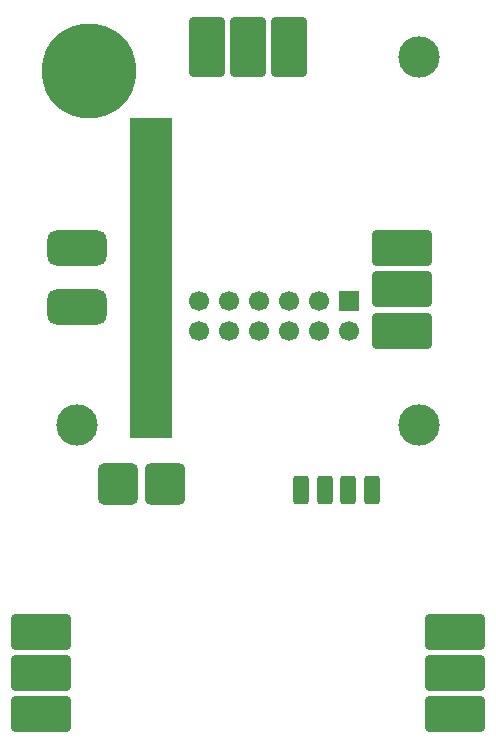
<source format=gbr>
%TF.GenerationSoftware,KiCad,Pcbnew,9.0.6*%
%TF.CreationDate,2025-11-04T19:27:02-06:00*%
%TF.ProjectId,PD_Board_v3,50445f42-6f61-4726-945f-76332e6b6963,rev?*%
%TF.SameCoordinates,Original*%
%TF.FileFunction,Soldermask,Bot*%
%TF.FilePolarity,Negative*%
%FSLAX46Y46*%
G04 Gerber Fmt 4.6, Leading zero omitted, Abs format (unit mm)*
G04 Created by KiCad (PCBNEW 9.0.6) date 2025-11-04 19:27:02*
%MOMM*%
%LPD*%
G01*
G04 APERTURE LIST*
G04 Aperture macros list*
%AMRoundRect*
0 Rectangle with rounded corners*
0 $1 Rounding radius*
0 $2 $3 $4 $5 $6 $7 $8 $9 X,Y pos of 4 corners*
0 Add a 4 corners polygon primitive as box body*
4,1,4,$2,$3,$4,$5,$6,$7,$8,$9,$2,$3,0*
0 Add four circle primitives for the rounded corners*
1,1,$1+$1,$2,$3*
1,1,$1+$1,$4,$5*
1,1,$1+$1,$6,$7*
1,1,$1+$1,$8,$9*
0 Add four rect primitives between the rounded corners*
20,1,$1+$1,$2,$3,$4,$5,0*
20,1,$1+$1,$4,$5,$6,$7,0*
20,1,$1+$1,$6,$7,$8,$9,0*
20,1,$1+$1,$8,$9,$2,$3,0*%
G04 Aperture macros list end*
%ADD10C,0.100000*%
%ADD11RoundRect,0.511413X-1.193298X-1.239257X1.193298X-1.239257X1.193298X1.239257X-1.193298X1.239257X0*%
%ADD12RoundRect,0.519917X-1.213138X-1.247688X1.213138X-1.247688X1.213138X1.247688X-1.213138X1.247688X0*%
%ADD13RoundRect,0.197827X-0.461597X-0.989841X0.461597X-0.989841X0.461597X0.989841X-0.461597X0.989841X0*%
%ADD14RoundRect,0.250000X-2.250000X-1.250000X2.250000X-1.250000X2.250000X1.250000X-2.250000X1.250000X0*%
%ADD15C,3.500000*%
%ADD16R,1.700000X1.700000*%
%ADD17C,1.700000*%
%ADD18RoundRect,0.750000X-1.750000X-0.750000X1.750000X-0.750000X1.750000X0.750000X-1.750000X0.750000X0*%
%ADD19RoundRect,0.250000X1.250000X-2.250000X1.250000X2.250000X-1.250000X2.250000X-1.250000X-2.250000X0*%
%ADD20C,8.000000*%
G04 APERTURE END LIST*
D10*
X133500000Y-57000000D02*
X137000000Y-57000000D01*
X137000000Y-84000000D01*
X133500000Y-84000000D01*
X133500000Y-57000000D01*
G36*
X133500000Y-57000000D02*
G01*
X137000000Y-57000000D01*
X137000000Y-84000000D01*
X133500000Y-84000000D01*
X133500000Y-57000000D01*
G37*
D11*
%TO.C,E1*%
X132500000Y-88000000D03*
D12*
X136500000Y-88000000D03*
D13*
X148000000Y-88500000D03*
X150000000Y-88500000D03*
X152000000Y-88500000D03*
X154000000Y-88500000D03*
D14*
X126000000Y-100500000D03*
X126000000Y-104000000D03*
X126000000Y-107500000D03*
X161000000Y-100500000D03*
X161000000Y-104000000D03*
X161000000Y-107500000D03*
%TD*%
%TO.C,J7*%
X156500000Y-68000000D03*
X156500000Y-71500000D03*
X156500000Y-75000000D03*
%TD*%
D15*
%TO.C,H3*%
X158000000Y-83000000D03*
%TD*%
%TO.C,H1*%
X158000000Y-51797400D03*
%TD*%
D16*
%TO.C,J5*%
X152040000Y-72500000D03*
D17*
X149500000Y-72500000D03*
X146960000Y-72500000D03*
X144420000Y-72500000D03*
X141880000Y-72500000D03*
X139340000Y-72500000D03*
X152040000Y-75040000D03*
X149500000Y-75040000D03*
X146960000Y-75040000D03*
X144420000Y-75040000D03*
X141880000Y-75040000D03*
X139340000Y-75040000D03*
%TD*%
D18*
%TO.C,J2*%
X129000000Y-68000000D03*
X129000000Y-73000000D03*
%TD*%
D19*
%TO.C,J1*%
X140000000Y-51000000D03*
X143500000Y-51000000D03*
X147000000Y-51000000D03*
%TD*%
D15*
%TO.C,H4*%
X129000000Y-83000000D03*
%TD*%
D20*
%TO.C,J3*%
X130000000Y-53000000D03*
%TD*%
M02*

</source>
